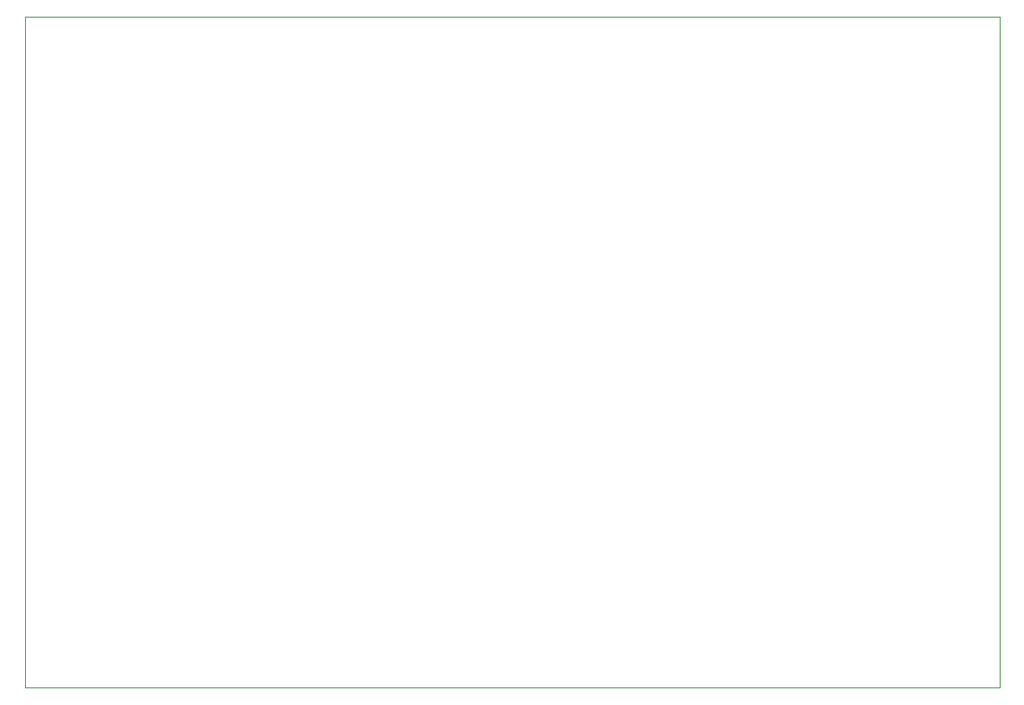
<source format=gbr>
%TF.GenerationSoftware,KiCad,Pcbnew,7.0.7*%
%TF.CreationDate,2023-11-29T00:53:04-05:00*%
%TF.ProjectId,master-board,6d617374-6572-42d6-926f-6172642e6b69,rev?*%
%TF.SameCoordinates,Original*%
%TF.FileFunction,Profile,NP*%
%FSLAX46Y46*%
G04 Gerber Fmt 4.6, Leading zero omitted, Abs format (unit mm)*
G04 Created by KiCad (PCBNEW 7.0.7) date 2023-11-29 00:53:04*
%MOMM*%
%LPD*%
G01*
G04 APERTURE LIST*
%TA.AperFunction,Profile*%
%ADD10C,0.100000*%
%TD*%
G04 APERTURE END LIST*
D10*
X88600000Y-59950000D02*
X187250000Y-59950000D01*
X187250000Y-127850000D01*
X88600000Y-127850000D01*
X88600000Y-59950000D01*
M02*

</source>
